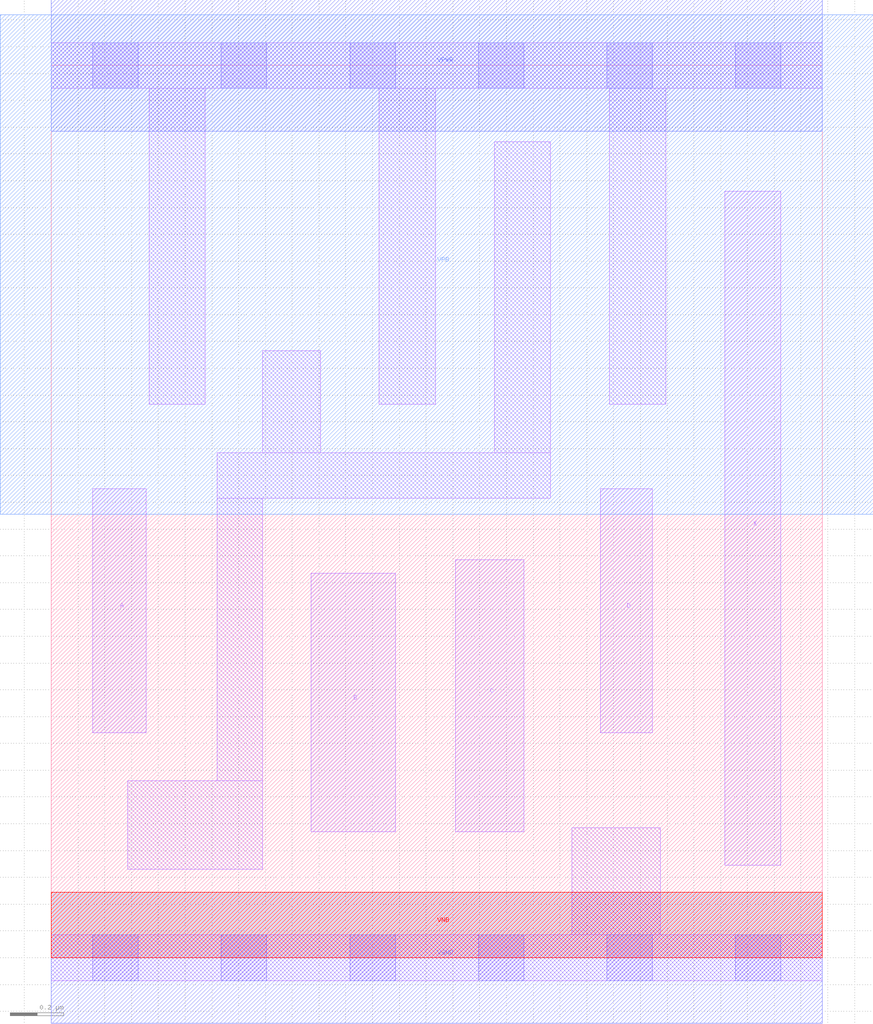
<source format=lef>
# Copyright 2020 The SkyWater PDK Authors
#
# Licensed under the Apache License, Version 2.0 (the "License");
# you may not use this file except in compliance with the License.
# You may obtain a copy of the License at
#
#     https://www.apache.org/licenses/LICENSE-2.0
#
# Unless required by applicable law or agreed to in writing, software
# distributed under the License is distributed on an "AS IS" BASIS,
# WITHOUT WARRANTIES OR CONDITIONS OF ANY KIND, either express or implied.
# See the License for the specific language governing permissions and
# limitations under the License.
#
# SPDX-License-Identifier: Apache-2.0

VERSION 5.7 ;
  NOWIREEXTENSIONATPIN ON ;
  DIVIDERCHAR "/" ;
  BUSBITCHARS "[]" ;
MACRO sky130_fd_sc_lp__and4_m
  CLASS CORE ;
  FOREIGN sky130_fd_sc_lp__and4_m ;
  ORIGIN  0.000000  0.000000 ;
  SIZE  2.880000 BY  3.330000 ;
  SYMMETRY X Y R90 ;
  SITE unit ;
  PIN A
    ANTENNAGATEAREA  0.126000 ;
    DIRECTION INPUT ;
    USE SIGNAL ;
    PORT
      LAYER li1 ;
        RECT 0.155000 0.840000 0.355000 1.750000 ;
    END
  END A
  PIN B
    ANTENNAGATEAREA  0.126000 ;
    DIRECTION INPUT ;
    USE SIGNAL ;
    PORT
      LAYER li1 ;
        RECT 0.970000 0.470000 1.285000 1.435000 ;
    END
  END B
  PIN C
    ANTENNAGATEAREA  0.126000 ;
    DIRECTION INPUT ;
    USE SIGNAL ;
    PORT
      LAYER li1 ;
        RECT 1.510000 0.470000 1.765000 1.485000 ;
    END
  END C
  PIN D
    ANTENNAGATEAREA  0.126000 ;
    DIRECTION INPUT ;
    USE SIGNAL ;
    PORT
      LAYER li1 ;
        RECT 2.050000 0.840000 2.245000 1.750000 ;
    END
  END D
  PIN X
    ANTENNADIFFAREA  0.222600 ;
    DIRECTION OUTPUT ;
    USE SIGNAL ;
    PORT
      LAYER li1 ;
        RECT 2.515000 0.345000 2.725000 2.860000 ;
    END
  END X
  PIN VGND
    DIRECTION INOUT ;
    USE GROUND ;
    PORT
      LAYER met1 ;
        RECT 0.000000 -0.245000 2.880000 0.245000 ;
    END
  END VGND
  PIN VNB
    DIRECTION INOUT ;
    USE GROUND ;
    PORT
      LAYER pwell ;
        RECT 0.000000 0.000000 2.880000 0.245000 ;
    END
  END VNB
  PIN VPB
    DIRECTION INOUT ;
    USE POWER ;
    PORT
      LAYER nwell ;
        RECT -0.190000 1.655000 3.070000 3.520000 ;
    END
  END VPB
  PIN VPWR
    DIRECTION INOUT ;
    USE POWER ;
    PORT
      LAYER met1 ;
        RECT 0.000000 3.085000 2.880000 3.575000 ;
    END
  END VPWR
  OBS
    LAYER li1 ;
      RECT 0.000000 -0.085000 2.880000 0.085000 ;
      RECT 0.000000  3.245000 2.880000 3.415000 ;
      RECT 0.285000  0.330000 0.790000 0.660000 ;
      RECT 0.365000  2.065000 0.575000 3.245000 ;
      RECT 0.620000  0.660000 0.790000 1.715000 ;
      RECT 0.620000  1.715000 1.865000 1.885000 ;
      RECT 0.790000  1.885000 1.005000 2.265000 ;
      RECT 1.225000  2.065000 1.435000 3.245000 ;
      RECT 1.655000  1.885000 1.865000 3.045000 ;
      RECT 1.945000  0.085000 2.275000 0.485000 ;
      RECT 2.085000  2.065000 2.295000 3.245000 ;
    LAYER mcon ;
      RECT 0.155000 -0.085000 0.325000 0.085000 ;
      RECT 0.155000  3.245000 0.325000 3.415000 ;
      RECT 0.635000 -0.085000 0.805000 0.085000 ;
      RECT 0.635000  3.245000 0.805000 3.415000 ;
      RECT 1.115000 -0.085000 1.285000 0.085000 ;
      RECT 1.115000  3.245000 1.285000 3.415000 ;
      RECT 1.595000 -0.085000 1.765000 0.085000 ;
      RECT 1.595000  3.245000 1.765000 3.415000 ;
      RECT 2.075000 -0.085000 2.245000 0.085000 ;
      RECT 2.075000  3.245000 2.245000 3.415000 ;
      RECT 2.555000 -0.085000 2.725000 0.085000 ;
      RECT 2.555000  3.245000 2.725000 3.415000 ;
  END
END sky130_fd_sc_lp__and4_m
END LIBRARY

</source>
